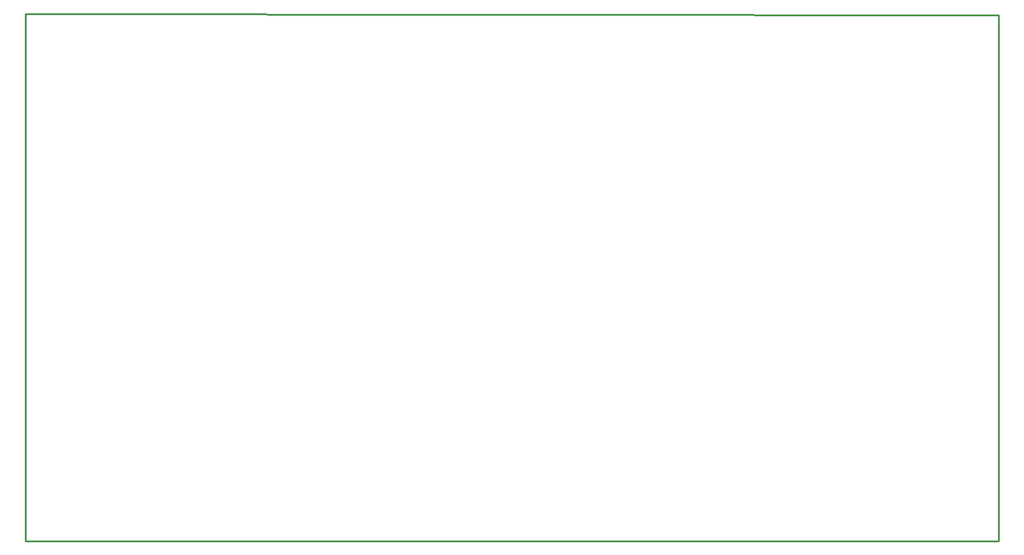
<source format=gko>
G04 Layer: BoardOutline*
G04 EasyEDA v6.4.20.6, 2021-08-20T18:50:31+10:00*
G04 da2b955f28294749bdafdb94d24a6b32,8629367194b24dd88a5c18b2f13758b0,10*
G04 Gerber Generator version 0.2*
G04 Scale: 100 percent, Rotated: No, Reflected: No *
G04 Dimensions in millimeters *
G04 leading zeros omitted , absolute positions ,4 integer and 5 decimal *
%FSLAX45Y45*%
%MOMM*%

%ADD10C,0.2540*%
D10*
X307007Y-7366000D02*
G01*
X-13302592Y-7366000D01*
X-13302592Y-7366000D02*
G01*
X-13302592Y12700D01*
X-13302592Y12700D02*
G01*
X302206Y0D01*
X307007Y-7366000D01*

%LPD*%
M02*

</source>
